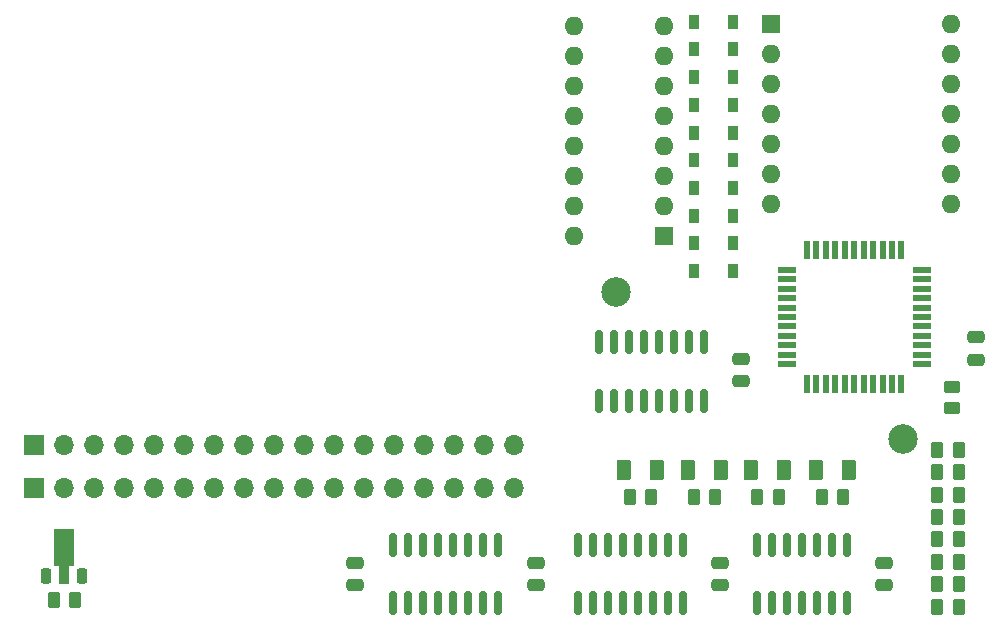
<source format=gbr>
%TF.GenerationSoftware,KiCad,Pcbnew,8.0.1*%
%TF.CreationDate,2024-06-09T22:48:09+01:00*%
%TF.ProjectId,BBC-USBSlim,4242432d-5553-4425-936c-696d2e6b6963,rev?*%
%TF.SameCoordinates,Original*%
%TF.FileFunction,Soldermask,Top*%
%TF.FilePolarity,Negative*%
%FSLAX46Y46*%
G04 Gerber Fmt 4.6, Leading zero omitted, Abs format (unit mm)*
G04 Created by KiCad (PCBNEW 8.0.1) date 2024-06-09 22:48:09*
%MOMM*%
%LPD*%
G01*
G04 APERTURE LIST*
G04 Aperture macros list*
%AMRoundRect*
0 Rectangle with rounded corners*
0 $1 Rounding radius*
0 $2 $3 $4 $5 $6 $7 $8 $9 X,Y pos of 4 corners*
0 Add a 4 corners polygon primitive as box body*
4,1,4,$2,$3,$4,$5,$6,$7,$8,$9,$2,$3,0*
0 Add four circle primitives for the rounded corners*
1,1,$1+$1,$2,$3*
1,1,$1+$1,$4,$5*
1,1,$1+$1,$6,$7*
1,1,$1+$1,$8,$9*
0 Add four rect primitives between the rounded corners*
20,1,$1+$1,$2,$3,$4,$5,0*
20,1,$1+$1,$4,$5,$6,$7,0*
20,1,$1+$1,$6,$7,$8,$9,0*
20,1,$1+$1,$8,$9,$2,$3,0*%
%AMFreePoly0*
4,1,9,3.862500,-0.866500,0.737500,-0.866500,0.737500,-0.450000,-0.737500,-0.450000,-0.737500,0.450000,0.737500,0.450000,0.737500,0.866500,3.862500,0.866500,3.862500,-0.866500,3.862500,-0.866500,$1*%
G04 Aperture macros list end*
%ADD10C,2.500000*%
%ADD11RoundRect,0.250000X0.262500X0.450000X-0.262500X0.450000X-0.262500X-0.450000X0.262500X-0.450000X0*%
%ADD12R,0.550000X1.500000*%
%ADD13R,1.500000X0.550000*%
%ADD14RoundRect,0.250000X0.375000X0.625000X-0.375000X0.625000X-0.375000X-0.625000X0.375000X-0.625000X0*%
%ADD15R,0.900000X1.200000*%
%ADD16RoundRect,0.250000X-0.262500X-0.450000X0.262500X-0.450000X0.262500X0.450000X-0.262500X0.450000X0*%
%ADD17RoundRect,0.250000X-0.475000X0.250000X-0.475000X-0.250000X0.475000X-0.250000X0.475000X0.250000X0*%
%ADD18R,1.700000X1.700000*%
%ADD19O,1.700000X1.700000*%
%ADD20RoundRect,0.225000X0.225000X-0.425000X0.225000X0.425000X-0.225000X0.425000X-0.225000X-0.425000X0*%
%ADD21FreePoly0,90.000000*%
%ADD22R,1.600000X1.600000*%
%ADD23O,1.600000X1.600000*%
%ADD24RoundRect,0.250000X0.450000X-0.262500X0.450000X0.262500X-0.450000X0.262500X-0.450000X-0.262500X0*%
%ADD25RoundRect,0.150000X0.150000X-0.825000X0.150000X0.825000X-0.150000X0.825000X-0.150000X-0.825000X0*%
%ADD26RoundRect,0.250000X0.475000X-0.250000X0.475000X0.250000X-0.475000X0.250000X-0.475000X-0.250000X0*%
G04 APERTURE END LIST*
D10*
%TO.C,H2*%
X124700000Y-99200000D03*
%TD*%
%TO.C,H1*%
X149000000Y-111700000D03*
%TD*%
D11*
%TO.C,R14*%
X153750000Y-112575000D03*
X151925000Y-112575000D03*
%TD*%
D12*
%TO.C,U6*%
X148900000Y-95650000D03*
X148100000Y-95650000D03*
X147300000Y-95650000D03*
X146500000Y-95650000D03*
X145700000Y-95650000D03*
X144900000Y-95650000D03*
X144100000Y-95650000D03*
X143300000Y-95650000D03*
X142500000Y-95650000D03*
X141700000Y-95650000D03*
X140900000Y-95650000D03*
D13*
X139200000Y-97350000D03*
X139200000Y-98150000D03*
X139200000Y-98950000D03*
X139200000Y-99750000D03*
X139200000Y-100550000D03*
X139200000Y-101350000D03*
X139200000Y-102150000D03*
X139200000Y-102950000D03*
X139200000Y-103750000D03*
X139200000Y-104550000D03*
X139200000Y-105350000D03*
D12*
X140900000Y-107050000D03*
X141700000Y-107050000D03*
X142500000Y-107050000D03*
X143300000Y-107050000D03*
X144100000Y-107050000D03*
X144900000Y-107050000D03*
X145700000Y-107050000D03*
X146500000Y-107050000D03*
X147300000Y-107050000D03*
X148100000Y-107050000D03*
X148900000Y-107050000D03*
D13*
X150600000Y-105350000D03*
X150600000Y-104550000D03*
X150600000Y-103750000D03*
X150600000Y-102950000D03*
X150600000Y-102150000D03*
X150600000Y-101350000D03*
X150600000Y-100550000D03*
X150600000Y-99750000D03*
X150600000Y-98950000D03*
X150600000Y-98150000D03*
X150600000Y-97350000D03*
%TD*%
D11*
%TO.C,R8*%
X153750000Y-123975000D03*
X151925000Y-123975000D03*
%TD*%
%TO.C,R3*%
X127718000Y-116550000D03*
X125893000Y-116550000D03*
%TD*%
D14*
%TO.C,D14*%
X128185500Y-114311000D03*
X125385500Y-114311000D03*
%TD*%
D15*
%TO.C,D6*%
X134650000Y-85730000D03*
X131350000Y-85730000D03*
%TD*%
D16*
%TO.C,R6*%
X77137500Y-125300000D03*
X78962500Y-125300000D03*
%TD*%
D11*
%TO.C,R7*%
X153750000Y-125875000D03*
X151925000Y-125875000D03*
%TD*%
D15*
%TO.C,D10*%
X134650000Y-76330000D03*
X131350000Y-76330000D03*
%TD*%
%TO.C,D3*%
X134650000Y-92780000D03*
X131350000Y-92780000D03*
%TD*%
D11*
%TO.C,R11*%
X153750000Y-118275000D03*
X151925000Y-118275000D03*
%TD*%
%TO.C,R13*%
X153750000Y-114475000D03*
X151925000Y-114475000D03*
%TD*%
D17*
%TO.C,C4*%
X133510000Y-122150000D03*
X133510000Y-124050000D03*
%TD*%
D18*
%TO.C,J1*%
X75458000Y-115847000D03*
D19*
X77998000Y-115847000D03*
X80538000Y-115847000D03*
X83078000Y-115847000D03*
X85618000Y-115847000D03*
X88158000Y-115847000D03*
X90698000Y-115847000D03*
X93238000Y-115847000D03*
X95778000Y-115847000D03*
X98318000Y-115847000D03*
X100858000Y-115847000D03*
X103398000Y-115847000D03*
X105938000Y-115847000D03*
X108478000Y-115847000D03*
X111018000Y-115847000D03*
X113558000Y-115847000D03*
X116098000Y-115847000D03*
%TD*%
D15*
%TO.C,D7*%
X134650000Y-83380000D03*
X131350000Y-83380000D03*
%TD*%
D20*
%TO.C,Q1*%
X76500000Y-123250000D03*
D21*
X78000000Y-123162500D03*
D20*
X79500000Y-123250000D03*
%TD*%
D17*
%TO.C,C1*%
X102610000Y-122150000D03*
X102610000Y-124050000D03*
%TD*%
D22*
%TO.C,U7*%
X137825000Y-76566000D03*
D23*
X137825000Y-79106000D03*
X137825000Y-81646000D03*
X137825000Y-84186000D03*
X137825000Y-86726000D03*
X137825000Y-89266000D03*
X137825000Y-91806000D03*
X153065000Y-91806000D03*
X153065000Y-89266000D03*
X153065000Y-86726000D03*
X153065000Y-84186000D03*
X153065000Y-81646000D03*
X153065000Y-79106000D03*
X153065000Y-76566000D03*
%TD*%
D24*
%TO.C,R4*%
X153150000Y-109062500D03*
X153150000Y-107237500D03*
%TD*%
D17*
%TO.C,C3*%
X135350000Y-104900000D03*
X135350000Y-106800000D03*
%TD*%
%TO.C,C5*%
X147460000Y-122150000D03*
X147460000Y-124050000D03*
%TD*%
D14*
%TO.C,D13*%
X133603500Y-114311000D03*
X130803500Y-114311000D03*
%TD*%
%TO.C,D11*%
X144453500Y-114311000D03*
X141653500Y-114311000D03*
%TD*%
D11*
%TO.C,R2*%
X133136000Y-116550000D03*
X131311000Y-116550000D03*
%TD*%
D15*
%TO.C,D1*%
X134650000Y-97430000D03*
X131350000Y-97430000D03*
%TD*%
D25*
%TO.C,U3*%
X123300000Y-108450000D03*
X124570000Y-108450000D03*
X125840000Y-108450000D03*
X127110000Y-108450000D03*
X128380000Y-108450000D03*
X129650000Y-108450000D03*
X130920000Y-108450000D03*
X132190000Y-108450000D03*
X132190000Y-103500000D03*
X130920000Y-103500000D03*
X129650000Y-103500000D03*
X128380000Y-103500000D03*
X127110000Y-103500000D03*
X125840000Y-103500000D03*
X124570000Y-103500000D03*
X123300000Y-103500000D03*
%TD*%
D15*
%TO.C,D4*%
X134650000Y-90430000D03*
X131350000Y-90430000D03*
%TD*%
D11*
%TO.C,R10*%
X153750000Y-120175000D03*
X151925000Y-120175000D03*
%TD*%
%TO.C,R12*%
X153750000Y-116375000D03*
X151925000Y-116375000D03*
%TD*%
D17*
%TO.C,C2*%
X117960000Y-122150000D03*
X117960000Y-124050000D03*
%TD*%
D22*
%TO.C,SW1*%
X128820000Y-94490000D03*
D23*
X128820000Y-91950000D03*
X128820000Y-89410000D03*
X128820000Y-86870000D03*
X128820000Y-84330000D03*
X128820000Y-81790000D03*
X128820000Y-79250000D03*
X128820000Y-76710000D03*
X121200000Y-76710000D03*
X121200000Y-79250000D03*
X121200000Y-81790000D03*
X121200000Y-84330000D03*
X121200000Y-86870000D03*
X121200000Y-89410000D03*
X121200000Y-91950000D03*
X121200000Y-94490000D03*
%TD*%
D11*
%TO.C,R1*%
X138518000Y-116550000D03*
X136693000Y-116550000D03*
%TD*%
D26*
%TO.C,C6*%
X155200000Y-104950000D03*
X155200000Y-103050000D03*
%TD*%
D25*
%TO.C,U1*%
X105850000Y-125575000D03*
X107120000Y-125575000D03*
X108390000Y-125575000D03*
X109660000Y-125575000D03*
X110930000Y-125575000D03*
X112200000Y-125575000D03*
X113470000Y-125575000D03*
X114740000Y-125575000D03*
X114740000Y-120625000D03*
X113470000Y-120625000D03*
X112200000Y-120625000D03*
X110930000Y-120625000D03*
X109660000Y-120625000D03*
X108390000Y-120625000D03*
X107120000Y-120625000D03*
X105850000Y-120625000D03*
%TD*%
D15*
%TO.C,D2*%
X134650000Y-95110000D03*
X131350000Y-95110000D03*
%TD*%
D16*
%TO.C,R5*%
X142161000Y-116561000D03*
X143986000Y-116561000D03*
%TD*%
D18*
%TO.C,J3*%
X75460000Y-112175000D03*
D19*
X78000000Y-112175000D03*
X80540000Y-112175000D03*
X83080000Y-112175000D03*
X85620000Y-112175000D03*
X88160000Y-112175000D03*
X90700000Y-112175000D03*
X93240000Y-112175000D03*
X95780000Y-112175000D03*
X98320000Y-112175000D03*
X100860000Y-112175000D03*
X103400000Y-112175000D03*
X105940000Y-112175000D03*
X108480000Y-112175000D03*
X111020000Y-112175000D03*
X113560000Y-112175000D03*
X116100000Y-112175000D03*
%TD*%
D25*
%TO.C,U4*%
X136690000Y-125575000D03*
X137960000Y-125575000D03*
X139230000Y-125575000D03*
X140500000Y-125575000D03*
X141770000Y-125575000D03*
X143040000Y-125575000D03*
X144310000Y-125575000D03*
X144310000Y-120625000D03*
X143040000Y-120625000D03*
X141770000Y-120625000D03*
X140500000Y-120625000D03*
X139230000Y-120625000D03*
X137960000Y-120625000D03*
X136690000Y-120625000D03*
%TD*%
D15*
%TO.C,D8*%
X134650000Y-81030000D03*
X131350000Y-81030000D03*
%TD*%
D25*
%TO.C,U2*%
X121490000Y-125575000D03*
X122760000Y-125575000D03*
X124030000Y-125575000D03*
X125300000Y-125575000D03*
X126570000Y-125575000D03*
X127840000Y-125575000D03*
X129110000Y-125575000D03*
X130380000Y-125575000D03*
X130380000Y-120625000D03*
X129110000Y-120625000D03*
X127840000Y-120625000D03*
X126570000Y-120625000D03*
X125300000Y-120625000D03*
X124030000Y-120625000D03*
X122760000Y-120625000D03*
X121490000Y-120625000D03*
%TD*%
D11*
%TO.C,R9*%
X153750000Y-122075000D03*
X151925000Y-122075000D03*
%TD*%
D15*
%TO.C,D5*%
X134650000Y-88080000D03*
X131350000Y-88080000D03*
%TD*%
D14*
%TO.C,D12*%
X138985500Y-114311000D03*
X136185500Y-114311000D03*
%TD*%
D15*
%TO.C,D9*%
X134650000Y-78680000D03*
X131350000Y-78680000D03*
%TD*%
M02*

</source>
